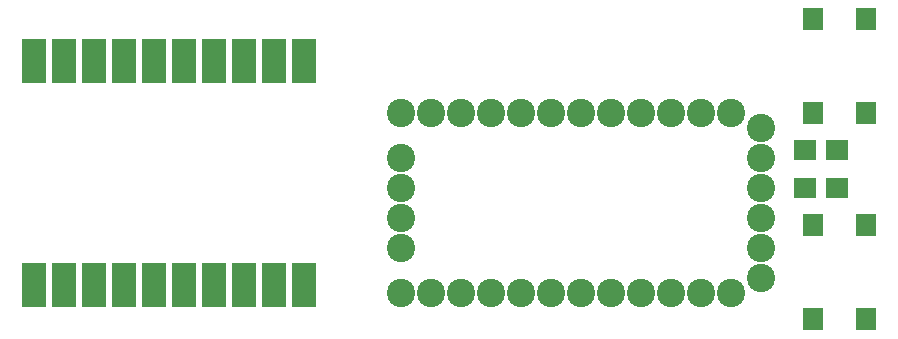
<source format=gbr>
G04 #@! TF.FileFunction,Soldermask,Top*
%FSLAX46Y46*%
G04 Gerber Fmt 4.6, Leading zero omitted, Abs format (unit mm)*
G04 Created by KiCad (PCBNEW 4.0.0-rc1-stable) date 20/10/2015 4:38:48 p.m.*
%MOMM*%
G01*
G04 APERTURE LIST*
%ADD10C,0.100000*%
%ADD11R,2.100000X3.800000*%
%ADD12R,1.900000X1.700000*%
%ADD13C,2.400000*%
%ADD14R,1.700000X1.950000*%
G04 APERTURE END LIST*
D10*
D11*
X109220000Y-109830000D03*
X111760000Y-109830000D03*
X114300000Y-109830000D03*
X116840000Y-109830000D03*
X119380000Y-109830000D03*
X119380000Y-90830000D03*
X116840000Y-90830000D03*
X114300000Y-90830000D03*
X111760000Y-90830000D03*
X109220000Y-90830000D03*
D12*
X177245000Y-98425000D03*
X174545000Y-98425000D03*
X177245000Y-101600000D03*
X174545000Y-101600000D03*
D11*
X121920000Y-109830000D03*
X124460000Y-109830000D03*
X127000000Y-109830000D03*
X129540000Y-109830000D03*
X132080000Y-109830000D03*
X132080000Y-90830000D03*
X129540000Y-90830000D03*
X127000000Y-90830000D03*
X124460000Y-90830000D03*
X121920000Y-90830000D03*
D13*
X160655000Y-95250000D03*
X158115000Y-95250000D03*
X155575000Y-95250000D03*
X153035000Y-95250000D03*
X150495000Y-95250000D03*
X147955000Y-95250000D03*
X145415000Y-95250000D03*
X142875000Y-95250000D03*
X140335000Y-95250000D03*
X140335000Y-110490000D03*
X142875000Y-110490000D03*
X145415000Y-110490000D03*
X147955000Y-110490000D03*
X150495000Y-110490000D03*
X153035000Y-110490000D03*
X155575000Y-110490000D03*
X158115000Y-110490000D03*
X140335000Y-99060000D03*
X140335000Y-101600000D03*
X140335000Y-104140000D03*
X140335000Y-106680000D03*
X160655000Y-110490000D03*
X163195000Y-110490000D03*
X165735000Y-110490000D03*
X168275000Y-110490000D03*
X170815000Y-109220000D03*
X170815000Y-106680000D03*
X170815000Y-104140000D03*
X170815000Y-101600000D03*
X170815000Y-99060000D03*
X170815000Y-96520000D03*
X168275000Y-95250000D03*
X165735000Y-95250000D03*
X163195000Y-95250000D03*
D14*
X175205000Y-104775000D03*
X179705000Y-104775000D03*
X179705000Y-112725000D03*
X175205000Y-112725000D03*
X175205000Y-87300000D03*
X179705000Y-87300000D03*
X179705000Y-95250000D03*
X175205000Y-95250000D03*
M02*

</source>
